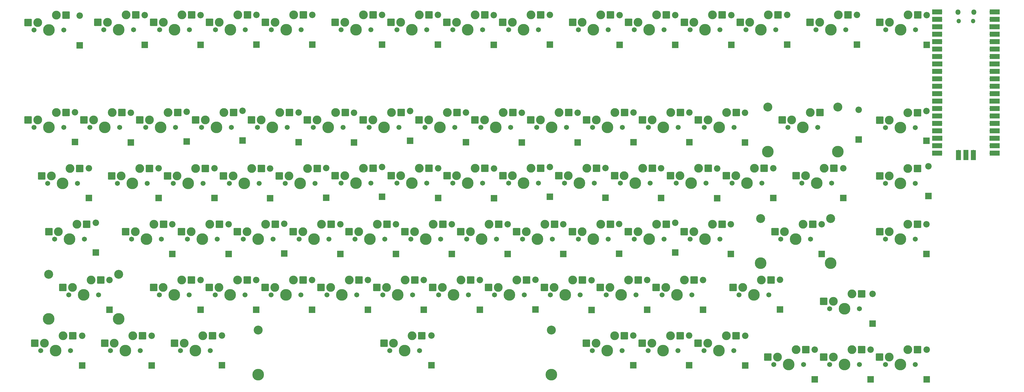
<source format=gbr>
%TF.GenerationSoftware,KiCad,Pcbnew,8.0.7*%
%TF.CreationDate,2025-07-05T17:28:38-07:00*%
%TF.ProjectId,hackpad_v2,6861636b-7061-4645-9f76-322e6b696361,rev?*%
%TF.SameCoordinates,Original*%
%TF.FileFunction,Soldermask,Bot*%
%TF.FilePolarity,Negative*%
%FSLAX46Y46*%
G04 Gerber Fmt 4.6, Leading zero omitted, Abs format (unit mm)*
G04 Created by KiCad (PCBNEW 8.0.7) date 2025-07-05 17:28:38*
%MOMM*%
%LPD*%
G01*
G04 APERTURE LIST*
G04 Aperture macros list*
%AMRoundRect*
0 Rectangle with rounded corners*
0 $1 Rounding radius*
0 $2 $3 $4 $5 $6 $7 $8 $9 X,Y pos of 4 corners*
0 Add a 4 corners polygon primitive as box body*
4,1,4,$2,$3,$4,$5,$6,$7,$8,$9,$2,$3,0*
0 Add four circle primitives for the rounded corners*
1,1,$1+$1,$2,$3*
1,1,$1+$1,$4,$5*
1,1,$1+$1,$6,$7*
1,1,$1+$1,$8,$9*
0 Add four rect primitives between the rounded corners*
20,1,$1+$1,$2,$3,$4,$5,0*
20,1,$1+$1,$4,$5,$6,$7,0*
20,1,$1+$1,$6,$7,$8,$9,0*
20,1,$1+$1,$8,$9,$2,$3,0*%
G04 Aperture macros list end*
%ADD10R,2.200000X2.200000*%
%ADD11O,2.200000X2.200000*%
%ADD12C,1.701800*%
%ADD13C,3.000000*%
%ADD14C,3.987800*%
%ADD15RoundRect,0.200000X1.075000X1.050000X-1.075000X1.050000X-1.075000X-1.050000X1.075000X-1.050000X0*%
%ADD16C,3.048000*%
%ADD17O,1.800000X1.800000*%
%ADD18O,1.500000X1.500000*%
%ADD19O,1.700000X1.700000*%
%ADD20R,3.500000X1.700000*%
%ADD21R,1.700000X1.700000*%
%ADD22R,1.700000X3.500000*%
G04 APERTURE END LIST*
D10*
%TO.C,D45*%
X309340000Y-68700000D03*
D11*
X309340000Y-58540000D03*
%TD*%
D10*
%TO.C,D30*%
X308650000Y-49810000D03*
D11*
X308650000Y-39650000D03*
%TD*%
D10*
%TO.C,D21*%
X113430000Y-50420000D03*
D11*
X113430000Y-40260000D03*
%TD*%
D12*
%TO.C,SW47*%
X47663690Y-83430000D03*
D13*
X45123690Y-78350000D03*
D14*
X42583690Y-83430000D03*
D13*
X38773690Y-80890000D03*
D12*
X37503690Y-83430000D03*
D15*
X35498690Y-80890000D03*
X48425690Y-78350000D03*
%TD*%
D12*
%TO.C,SW36*%
X119161190Y-64350000D03*
D13*
X116621190Y-59270000D03*
D14*
X114081190Y-64350000D03*
D13*
X110271190Y-61810000D03*
D12*
X109001190Y-64350000D03*
D15*
X106996190Y-61810000D03*
X119923190Y-59270000D03*
%TD*%
D12*
%TO.C,SW24*%
X166796190Y-45300000D03*
D13*
X164256190Y-40220000D03*
D14*
X161716190Y-45300000D03*
D13*
X157906190Y-42760000D03*
D12*
X156636190Y-45300000D03*
D15*
X154631190Y-42760000D03*
X167558190Y-40220000D03*
%TD*%
D10*
%TO.C,D20*%
X94480000Y-50340000D03*
D11*
X94480000Y-40180000D03*
%TD*%
D10*
%TO.C,D37*%
X142060000Y-69420000D03*
D11*
X142060000Y-59260000D03*
%TD*%
D10*
%TO.C,D8*%
X161030000Y-17040000D03*
D11*
X161030000Y-6880000D03*
%TD*%
D12*
%TO.C,SW71*%
X254829940Y-102480000D03*
D13*
X252289940Y-97400000D03*
D14*
X249749940Y-102480000D03*
D13*
X245939940Y-99940000D03*
D12*
X244669940Y-102480000D03*
D15*
X242664940Y-99940000D03*
X255591940Y-97400000D03*
%TD*%
D12*
%TO.C,SW8*%
X157246190Y-11940000D03*
D13*
X154706190Y-6860000D03*
D14*
X152166190Y-11940000D03*
D13*
X148356190Y-9400000D03*
D12*
X147086190Y-11940000D03*
D15*
X145081190Y-9400000D03*
X158008190Y-6860000D03*
%TD*%
D10*
%TO.C,D12*%
X242100000Y-17040000D03*
D11*
X242100000Y-6880000D03*
%TD*%
D12*
%TO.C,SW15*%
X304891190Y-11935000D03*
D13*
X302351190Y-6855000D03*
D14*
X299811190Y-11935000D03*
D13*
X296001190Y-9395000D03*
D12*
X294731190Y-11935000D03*
D15*
X292726190Y-9395000D03*
X305653190Y-6855000D03*
%TD*%
D12*
%TO.C,SW56*%
X219113690Y-83430000D03*
D13*
X216573690Y-78350000D03*
D14*
X214033690Y-83430000D03*
D13*
X210223690Y-80890000D03*
D12*
X208953690Y-83430000D03*
D15*
X206948690Y-80890000D03*
X219875690Y-78350000D03*
%TD*%
D12*
%TO.C,SW4*%
X76281190Y-11945000D03*
D13*
X73741190Y-6865000D03*
D14*
X71201190Y-11945000D03*
D13*
X67391190Y-9405000D03*
D12*
X66121190Y-11945000D03*
D15*
X64116190Y-9405000D03*
X77043190Y-6865000D03*
%TD*%
D10*
%TO.C,D18*%
X56351190Y-50120000D03*
D11*
X56351190Y-39960000D03*
%TD*%
D12*
%TO.C,SW27*%
X223946190Y-45300000D03*
D13*
X221406190Y-40220000D03*
D14*
X218866190Y-45300000D03*
D13*
X215056190Y-42760000D03*
D12*
X213786190Y-45300000D03*
D15*
X211781190Y-42760000D03*
X224708190Y-40220000D03*
%TD*%
D10*
%TO.C,D80*%
X270530000Y-131380000D03*
D11*
X270530000Y-121220000D03*
%TD*%
D10*
%TO.C,D72*%
X290233690Y-112320000D03*
D11*
X290233690Y-102160000D03*
%TD*%
D10*
%TO.C,D5*%
X99190000Y-17000000D03*
D11*
X99190000Y-6840000D03*
%TD*%
D10*
%TO.C,D40*%
X199141190Y-69340000D03*
D11*
X199141190Y-59180000D03*
%TD*%
D10*
%TO.C,D75*%
X68310000Y-126580000D03*
D11*
X68310000Y-116420000D03*
%TD*%
D10*
%TO.C,D47*%
X51440000Y-88530000D03*
D11*
X51440000Y-78370000D03*
%TD*%
D10*
%TO.C,D55*%
X203830000Y-88480000D03*
D11*
X203830000Y-78320000D03*
%TD*%
D12*
%TO.C,SW31*%
X19088690Y-64380000D03*
D13*
X16548690Y-59300000D03*
D14*
X14008690Y-64380000D03*
D13*
X10198690Y-61840000D03*
D12*
X8928690Y-64380000D03*
D15*
X6923690Y-61840000D03*
X19850690Y-59300000D03*
%TD*%
D12*
%TO.C,SW62*%
X76236190Y-102480000D03*
D13*
X73696190Y-97400000D03*
D14*
X71156190Y-102480000D03*
D13*
X67346190Y-99940000D03*
D12*
X66076190Y-102480000D03*
D15*
X64071190Y-99940000D03*
X76998190Y-97400000D03*
%TD*%
D10*
%TO.C,D35*%
X103881190Y-69300000D03*
D11*
X103881190Y-59140000D03*
%TD*%
D12*
%TO.C,SW77*%
X204823690Y-121530000D03*
D13*
X202283690Y-116450000D03*
D14*
X199743690Y-121530000D03*
D13*
X195933690Y-118990000D03*
D12*
X194663690Y-121530000D03*
D15*
X192658690Y-118990000D03*
X205585690Y-116450000D03*
%TD*%
D10*
%TO.C,D52*%
X146780000Y-88560000D03*
D11*
X146780000Y-78400000D03*
%TD*%
D12*
%TO.C,SW7*%
X138196190Y-11940000D03*
D13*
X135656190Y-6860000D03*
D14*
X133116190Y-11940000D03*
D13*
X129306190Y-9400000D03*
D12*
X128036190Y-11940000D03*
D15*
X126031190Y-9400000D03*
X138958190Y-6860000D03*
%TD*%
D10*
%TO.C,D2*%
X41980000Y-17070000D03*
D11*
X41980000Y-6910000D03*
%TD*%
D12*
%TO.C,SW51*%
X123863690Y-83430000D03*
D13*
X121323690Y-78350000D03*
D14*
X118783690Y-83430000D03*
D13*
X114973690Y-80890000D03*
D12*
X113703690Y-83430000D03*
D15*
X111698690Y-80890000D03*
X124625690Y-78350000D03*
%TD*%
D12*
%TO.C,SW73*%
X16707440Y-121530000D03*
D13*
X14167440Y-116450000D03*
D14*
X11627440Y-121530000D03*
D13*
X7817440Y-118990000D03*
D12*
X6547440Y-121530000D03*
D15*
X4542440Y-118990000D03*
X17469440Y-116450000D03*
%TD*%
D12*
%TO.C,SW2*%
X38181190Y-11945000D03*
D13*
X35641190Y-6865000D03*
D14*
X33101190Y-11945000D03*
D13*
X29291190Y-9405000D03*
D12*
X28021190Y-11945000D03*
D15*
X26016190Y-9405000D03*
X38943190Y-6865000D03*
%TD*%
D12*
%TO.C,SW9*%
X176296190Y-11940000D03*
D13*
X173756190Y-6860000D03*
D14*
X171216190Y-11940000D03*
D13*
X167406190Y-9400000D03*
D12*
X166136190Y-11940000D03*
D15*
X164131190Y-9400000D03*
X177058190Y-6860000D03*
%TD*%
D12*
%TO.C,SW40*%
X195371190Y-64350000D03*
D13*
X192831190Y-59270000D03*
D14*
X190291190Y-64350000D03*
D13*
X186481190Y-61810000D03*
D12*
X185211190Y-64350000D03*
D15*
X183206190Y-61810000D03*
X196133190Y-59270000D03*
%TD*%
D10*
%TO.C,D28*%
X246731190Y-50420000D03*
D11*
X246731190Y-40260000D03*
%TD*%
D12*
%TO.C,SW20*%
X90616190Y-45290000D03*
D13*
X88076190Y-40210000D03*
D14*
X85536190Y-45290000D03*
D13*
X81726190Y-42750000D03*
D12*
X80456190Y-45290000D03*
D15*
X78451190Y-42750000D03*
X91378190Y-40210000D03*
%TD*%
D12*
%TO.C,SW81*%
X285788690Y-126290000D03*
D13*
X283248690Y-121210000D03*
D14*
X280708690Y-126290000D03*
D13*
X276898690Y-123750000D03*
D12*
X275628690Y-126290000D03*
D15*
X273623690Y-123750000D03*
X286550690Y-121210000D03*
%TD*%
D12*
%TO.C,SW41*%
X214421190Y-64350000D03*
D13*
X211881190Y-59270000D03*
D14*
X209341190Y-64350000D03*
D13*
X205531190Y-61810000D03*
D12*
X204261190Y-64350000D03*
D15*
X202256190Y-61810000D03*
X215183190Y-59270000D03*
%TD*%
D12*
%TO.C,SW16*%
X14416190Y-45290000D03*
D13*
X11876190Y-40210000D03*
D14*
X9336190Y-45290000D03*
D13*
X5526190Y-42750000D03*
D12*
X4256190Y-45290000D03*
D15*
X2251190Y-42750000D03*
X15178190Y-40210000D03*
%TD*%
D10*
%TO.C,D77*%
X208670000Y-126580000D03*
D11*
X208670000Y-116420000D03*
%TD*%
D12*
%TO.C,SW70*%
X228636190Y-102480000D03*
D13*
X226096190Y-97400000D03*
D14*
X223556190Y-102480000D03*
D13*
X219746190Y-99940000D03*
D12*
X218476190Y-102480000D03*
D15*
X216471190Y-99940000D03*
X229398190Y-97400000D03*
%TD*%
D12*
%TO.C,SW25*%
X185846190Y-45300000D03*
D13*
X183306190Y-40220000D03*
D14*
X180766190Y-45300000D03*
D13*
X176956190Y-42760000D03*
D12*
X175686190Y-45300000D03*
D15*
X173681190Y-42760000D03*
X186608190Y-40220000D03*
%TD*%
D12*
%TO.C,SW80*%
X266738690Y-126290000D03*
D13*
X264198690Y-121210000D03*
D14*
X261658690Y-126290000D03*
D13*
X257848690Y-123750000D03*
D12*
X256578690Y-126290000D03*
D15*
X254573690Y-123750000D03*
X267500690Y-121210000D03*
%TD*%
D12*
%TO.C,SW30*%
X304843690Y-45325000D03*
D13*
X302303690Y-40245000D03*
D14*
X299763690Y-45325000D03*
D13*
X295953690Y-42785000D03*
D12*
X294683690Y-45325000D03*
D15*
X292678690Y-42785000D03*
X305605690Y-40245000D03*
%TD*%
D10*
%TO.C,D29*%
X285560000Y-49380000D03*
D11*
X285560000Y-39220000D03*
%TD*%
D14*
%TO.C,SW29*%
X278429190Y-53555000D03*
D16*
X278429190Y-38315000D03*
D12*
X271571190Y-45300000D03*
D13*
X269031190Y-40220000D03*
D14*
X266491190Y-45300000D03*
D13*
X262681190Y-42760000D03*
D12*
X261411190Y-45300000D03*
D14*
X254553190Y-53555000D03*
D16*
X254553190Y-38315000D03*
D15*
X259406190Y-42760000D03*
X272333190Y-40220000D03*
%TD*%
D10*
%TO.C,D54*%
X184770000Y-88540000D03*
D11*
X184770000Y-78380000D03*
%TD*%
D12*
%TO.C,SW12*%
X238211190Y-11935000D03*
D13*
X235671190Y-6855000D03*
D14*
X233131190Y-11935000D03*
D13*
X229321190Y-9395000D03*
D12*
X228051190Y-11935000D03*
D15*
X226046190Y-9395000D03*
X238973190Y-6855000D03*
%TD*%
D12*
%TO.C,SW50*%
X104813690Y-83430000D03*
D13*
X102273690Y-78350000D03*
D14*
X99733690Y-83430000D03*
D13*
X95923690Y-80890000D03*
D12*
X94653690Y-83430000D03*
D15*
X92648690Y-80890000D03*
X105575690Y-78350000D03*
%TD*%
D10*
%TO.C,D65*%
X137210000Y-107590000D03*
D11*
X137210000Y-97430000D03*
%TD*%
D10*
%TO.C,D46*%
X25301190Y-88030000D03*
D11*
X25301190Y-77870000D03*
%TD*%
D12*
%TO.C,SW82*%
X304838690Y-126290000D03*
D13*
X302298690Y-121210000D03*
D14*
X299758690Y-126290000D03*
D13*
X295948690Y-123750000D03*
D12*
X294678690Y-126290000D03*
D15*
X292673690Y-123750000D03*
X305600690Y-121210000D03*
%TD*%
D10*
%TO.C,D78*%
X227680000Y-126550000D03*
D11*
X227680000Y-116390000D03*
%TD*%
D10*
%TO.C,D71*%
X258670000Y-107530000D03*
D11*
X258670000Y-97370000D03*
%TD*%
D12*
%TO.C,SW38*%
X157271190Y-64350000D03*
D13*
X154731190Y-59270000D03*
D14*
X152191190Y-64350000D03*
D13*
X148381190Y-61810000D03*
D12*
X147111190Y-64350000D03*
D15*
X145106190Y-61810000D03*
X158033190Y-59270000D03*
%TD*%
D10*
%TO.C,D36*%
X122920000Y-68960000D03*
D11*
X122920000Y-58800000D03*
%TD*%
D10*
%TO.C,D22*%
X132531190Y-49840000D03*
D11*
X132531190Y-39680000D03*
%TD*%
D12*
%TO.C,SW42*%
X233471190Y-64350000D03*
D13*
X230931190Y-59270000D03*
D14*
X228391190Y-64350000D03*
D13*
X224581190Y-61810000D03*
D12*
X223311190Y-64350000D03*
D15*
X221306190Y-61810000D03*
X234233190Y-59270000D03*
%TD*%
D10*
%TO.C,D15*%
X308740000Y-17030000D03*
D11*
X308740000Y-6870000D03*
%TD*%
D12*
%TO.C,SW78*%
X223873690Y-121530000D03*
D13*
X221333690Y-116450000D03*
D14*
X218793690Y-121530000D03*
D13*
X214983690Y-118990000D03*
D12*
X213713690Y-121530000D03*
D15*
X211708690Y-118990000D03*
X224635690Y-116450000D03*
%TD*%
D10*
%TO.C,D11*%
X222990000Y-17030000D03*
D11*
X222990000Y-6870000D03*
%TD*%
D12*
%TO.C,SW32*%
X42901190Y-64380000D03*
D13*
X40361190Y-59300000D03*
D14*
X37821190Y-64380000D03*
D13*
X34011190Y-61840000D03*
D12*
X32741190Y-64380000D03*
D15*
X30736190Y-61840000D03*
X43663190Y-59300000D03*
%TD*%
D12*
%TO.C,SW44*%
X276333690Y-64350000D03*
D13*
X273793690Y-59270000D03*
D14*
X271253690Y-64350000D03*
D13*
X267443690Y-61810000D03*
D12*
X266173690Y-64350000D03*
D15*
X264168690Y-61810000D03*
X277095690Y-59270000D03*
%TD*%
D12*
%TO.C,SW18*%
X52506190Y-45290000D03*
D13*
X49966190Y-40210000D03*
D14*
X47426190Y-45290000D03*
D13*
X43616190Y-42750000D03*
D12*
X42346190Y-45290000D03*
D15*
X40341190Y-42750000D03*
X53268190Y-40210000D03*
%TD*%
D10*
%TO.C,D41*%
X218161190Y-69430000D03*
D11*
X218161190Y-59270000D03*
%TD*%
D10*
%TO.C,D38*%
X161110000Y-69440000D03*
D11*
X161110000Y-59280000D03*
%TD*%
D12*
%TO.C,SW43*%
X252521190Y-64350000D03*
D13*
X249981190Y-59270000D03*
D14*
X247441190Y-64350000D03*
D13*
X243631190Y-61810000D03*
D12*
X242361190Y-64350000D03*
D15*
X240356190Y-61810000D03*
X253283190Y-59270000D03*
%TD*%
D12*
%TO.C,SW54*%
X181013690Y-83430000D03*
D13*
X178473690Y-78350000D03*
D14*
X175933690Y-83430000D03*
D13*
X172123690Y-80890000D03*
D12*
X170853690Y-83430000D03*
D15*
X168848690Y-80890000D03*
X181775690Y-78350000D03*
%TD*%
D12*
%TO.C,SW64*%
X114336190Y-102480000D03*
D13*
X111796190Y-97400000D03*
D14*
X109256190Y-102480000D03*
D13*
X105446190Y-99940000D03*
D12*
X104176190Y-102480000D03*
D15*
X102171190Y-99940000D03*
X115098190Y-97400000D03*
%TD*%
D10*
%TO.C,D19*%
X75381190Y-49770000D03*
D11*
X75381190Y-39610000D03*
%TD*%
D12*
%TO.C,SW49*%
X85763690Y-83430000D03*
D13*
X83223690Y-78350000D03*
D14*
X80683690Y-83430000D03*
D13*
X76873690Y-80890000D03*
D12*
X75603690Y-83430000D03*
D15*
X73598690Y-80890000D03*
X86525690Y-78350000D03*
%TD*%
D10*
%TO.C,D69*%
X213360000Y-107570000D03*
D11*
X213360000Y-97410000D03*
%TD*%
D12*
%TO.C,SW79*%
X242923690Y-121530000D03*
D13*
X240383690Y-116450000D03*
D14*
X237843690Y-121530000D03*
D13*
X234033690Y-118990000D03*
D12*
X232763690Y-121530000D03*
D15*
X230758690Y-118990000D03*
X243685690Y-116450000D03*
%TD*%
D12*
%TO.C,SW37*%
X138221190Y-64350000D03*
D13*
X135681190Y-59270000D03*
D14*
X133141190Y-64350000D03*
D13*
X129331190Y-61810000D03*
D12*
X128061190Y-64350000D03*
D15*
X126056190Y-61810000D03*
X138983190Y-59270000D03*
%TD*%
D12*
%TO.C,SW63*%
X95286190Y-102480000D03*
D13*
X92746190Y-97400000D03*
D14*
X90206190Y-102480000D03*
D13*
X86396190Y-99940000D03*
D12*
X85126190Y-102480000D03*
D15*
X83121190Y-99940000D03*
X96048190Y-97400000D03*
%TD*%
D10*
%TO.C,D6*%
X122980000Y-16990000D03*
D11*
X122980000Y-6830000D03*
%TD*%
D10*
%TO.C,D63*%
X99110000Y-107540000D03*
D11*
X99110000Y-97380000D03*
%TD*%
D10*
%TO.C,D73*%
X20670000Y-126640000D03*
D11*
X20670000Y-116480000D03*
%TD*%
D10*
%TO.C,D76*%
X139830000Y-126580000D03*
D11*
X139830000Y-116420000D03*
%TD*%
D12*
%TO.C,SW6*%
X119146190Y-11940000D03*
D13*
X116606190Y-6860000D03*
D14*
X114066190Y-11940000D03*
D13*
X110256190Y-9400000D03*
D12*
X108986190Y-11940000D03*
D15*
X106981190Y-9400000D03*
X119908190Y-6860000D03*
%TD*%
D10*
%TO.C,D17*%
X37290000Y-50450000D03*
D11*
X37290000Y-40290000D03*
%TD*%
D12*
%TO.C,SW34*%
X81021190Y-64370000D03*
D13*
X78481190Y-59290000D03*
D14*
X75941190Y-64370000D03*
D13*
X72131190Y-61830000D03*
D12*
X70861190Y-64370000D03*
D15*
X68856190Y-61830000D03*
X81783190Y-59290000D03*
%TD*%
D10*
%TO.C,D79*%
X246830000Y-126620000D03*
D11*
X246830000Y-116460000D03*
%TD*%
D10*
%TO.C,D10*%
X203970000Y-17030000D03*
D11*
X203970000Y-6870000D03*
%TD*%
D10*
%TO.C,D32*%
X46760000Y-69400000D03*
D11*
X46760000Y-59240000D03*
%TD*%
D12*
%TO.C,SW57*%
X238163690Y-83430000D03*
D13*
X235623690Y-78350000D03*
D14*
X233083690Y-83430000D03*
D13*
X229273690Y-80890000D03*
D12*
X228003690Y-83430000D03*
D15*
X225998690Y-80890000D03*
X238925690Y-78350000D03*
%TD*%
D10*
%TO.C,D16*%
X18250000Y-50300000D03*
D11*
X18250000Y-40140000D03*
%TD*%
D12*
%TO.C,SW75*%
X64332440Y-121530000D03*
D13*
X61792440Y-116450000D03*
D14*
X59252440Y-121530000D03*
D13*
X55442440Y-118990000D03*
D12*
X54172440Y-121530000D03*
D15*
X52167440Y-118990000D03*
X65094440Y-116450000D03*
%TD*%
D10*
%TO.C,D24*%
X170640000Y-50390000D03*
D11*
X170640000Y-40230000D03*
%TD*%
D12*
%TO.C,SW26*%
X204896190Y-45300000D03*
D13*
X202356190Y-40220000D03*
D14*
X199816190Y-45300000D03*
D13*
X196006190Y-42760000D03*
D12*
X194736190Y-45300000D03*
D15*
X192731190Y-42760000D03*
X205658190Y-40220000D03*
%TD*%
D10*
%TO.C,D48*%
X70600000Y-88500000D03*
D11*
X70600000Y-78340000D03*
%TD*%
D12*
%TO.C,SW19*%
X71566190Y-45290000D03*
D13*
X69026190Y-40210000D03*
D14*
X66486190Y-45290000D03*
D13*
X62676190Y-42750000D03*
D12*
X61406190Y-45290000D03*
D15*
X59401190Y-42750000D03*
X72328190Y-40210000D03*
%TD*%
D12*
%TO.C,SW11*%
X219161190Y-11935000D03*
D13*
X216621190Y-6855000D03*
D14*
X214081190Y-11935000D03*
D13*
X210271190Y-9395000D03*
D12*
X209001190Y-11935000D03*
D15*
X206996190Y-9395000D03*
X219923190Y-6855000D03*
%TD*%
D12*
%TO.C,SW45*%
X304843690Y-64375000D03*
D13*
X302303690Y-59295000D03*
D14*
X299763690Y-64375000D03*
D13*
X295953690Y-61835000D03*
D12*
X294683690Y-64375000D03*
D15*
X292678690Y-61835000D03*
X305605690Y-59295000D03*
%TD*%
D12*
%TO.C,SW28*%
X242996190Y-45300000D03*
D13*
X240456190Y-40220000D03*
D14*
X237916190Y-45300000D03*
D13*
X234106190Y-42760000D03*
D12*
X232836190Y-45300000D03*
D15*
X230831190Y-42760000D03*
X243758190Y-40220000D03*
%TD*%
D10*
%TO.C,D26*%
X208750000Y-50360000D03*
D11*
X208750000Y-40200000D03*
%TD*%
D14*
%TO.C,SW60*%
X33090440Y-110735000D03*
D16*
X33090440Y-95495000D03*
D12*
X26232440Y-102480000D03*
D13*
X23692440Y-97400000D03*
D14*
X21152440Y-102480000D03*
D13*
X17342440Y-99940000D03*
D12*
X16072440Y-102480000D03*
D14*
X9214440Y-110735000D03*
D16*
X9214440Y-95495000D03*
D15*
X14067440Y-99940000D03*
X26994440Y-97400000D03*
%TD*%
D10*
%TO.C,D59*%
X308640000Y-88490000D03*
D11*
X308640000Y-78330000D03*
%TD*%
D12*
%TO.C,SW21*%
X109666190Y-45290000D03*
D13*
X107126190Y-40210000D03*
D14*
X104586190Y-45290000D03*
D13*
X100776190Y-42750000D03*
D12*
X99506190Y-45290000D03*
D15*
X97501190Y-42750000D03*
X110428190Y-40210000D03*
%TD*%
D12*
%TO.C,SW35*%
X100091190Y-64360000D03*
D13*
X97551190Y-59280000D03*
D14*
X95011190Y-64360000D03*
D13*
X91201190Y-61820000D03*
D12*
X89931190Y-64360000D03*
D15*
X87926190Y-61820000D03*
X100853190Y-59280000D03*
%TD*%
D10*
%TO.C,D9*%
X180200000Y-17000000D03*
D11*
X180200000Y-6840000D03*
%TD*%
D12*
%TO.C,SW66*%
X152436190Y-102480000D03*
D13*
X149896190Y-97400000D03*
D14*
X147356190Y-102480000D03*
D13*
X143546190Y-99940000D03*
D12*
X142276190Y-102480000D03*
D15*
X140271190Y-99940000D03*
X153198190Y-97400000D03*
%TD*%
D10*
%TO.C,D81*%
X289620000Y-131340000D03*
D11*
X289620000Y-121180000D03*
%TD*%
D10*
%TO.C,D7*%
X142040000Y-16950000D03*
D11*
X142040000Y-6790000D03*
%TD*%
D10*
%TO.C,D33*%
X65820000Y-69430000D03*
D11*
X65820000Y-59270000D03*
%TD*%
D10*
%TO.C,D43*%
X256360000Y-69390000D03*
D11*
X256360000Y-59230000D03*
%TD*%
D12*
%TO.C,SW33*%
X61951190Y-64380000D03*
D13*
X59411190Y-59300000D03*
D14*
X56871190Y-64380000D03*
D13*
X53061190Y-61840000D03*
D12*
X51791190Y-64380000D03*
D15*
X49786190Y-61840000D03*
X62713190Y-59300000D03*
%TD*%
D10*
%TO.C,D3*%
X61050000Y-17070000D03*
D11*
X61050000Y-6910000D03*
%TD*%
D12*
%TO.C,SW67*%
X171486190Y-102480000D03*
D13*
X168946190Y-97400000D03*
D14*
X166406190Y-102480000D03*
D13*
X162596190Y-99940000D03*
D12*
X161326190Y-102480000D03*
D15*
X159321190Y-99940000D03*
X172248190Y-97400000D03*
%TD*%
D12*
%TO.C,SW55*%
X200063690Y-83430000D03*
D13*
X197523690Y-78350000D03*
D14*
X194983690Y-83430000D03*
D13*
X191173690Y-80890000D03*
D12*
X189903690Y-83430000D03*
D15*
X187898690Y-80890000D03*
X200825690Y-78350000D03*
%TD*%
D10*
%TO.C,D57*%
X241911190Y-88520000D03*
D11*
X241911190Y-78360000D03*
%TD*%
D10*
%TO.C,D67*%
X175260000Y-107510000D03*
D11*
X175260000Y-97350000D03*
%TD*%
D14*
%TO.C,SW58*%
X275977940Y-91685000D03*
D16*
X275977940Y-76445000D03*
D12*
X269119940Y-83430000D03*
D13*
X266579940Y-78350000D03*
D14*
X264039940Y-83430000D03*
D13*
X260229940Y-80890000D03*
D12*
X258959940Y-83430000D03*
D14*
X252101940Y-91685000D03*
D16*
X252101940Y-76445000D03*
D15*
X256954940Y-80890000D03*
X269881940Y-78350000D03*
%TD*%
D10*
%TO.C,D27*%
X227820000Y-50360000D03*
D11*
X227820000Y-40200000D03*
%TD*%
D10*
%TO.C,D82*%
X308720000Y-131400000D03*
D11*
X308720000Y-121240000D03*
%TD*%
D10*
%TO.C,D50*%
X108700000Y-88500000D03*
D11*
X108700000Y-78340000D03*
%TD*%
D12*
%TO.C,SW10*%
X200111190Y-11935000D03*
D13*
X197571190Y-6855000D03*
D14*
X195031190Y-11935000D03*
D13*
X191221190Y-9395000D03*
D12*
X189951190Y-11935000D03*
D15*
X187946190Y-9395000D03*
X200873190Y-6855000D03*
%TD*%
D10*
%TO.C,D74*%
X44380000Y-126620000D03*
D11*
X44380000Y-116460000D03*
%TD*%
D10*
%TO.C,D70*%
X232470000Y-107540000D03*
D11*
X232470000Y-97380000D03*
%TD*%
D12*
%TO.C,SW22*%
X128706190Y-45300000D03*
D13*
X126166190Y-40220000D03*
D14*
X123626190Y-45300000D03*
D13*
X119816190Y-42760000D03*
D12*
X118546190Y-45300000D03*
D15*
X116541190Y-42760000D03*
X129468190Y-40220000D03*
%TD*%
D12*
%TO.C,SW13*%
X257261190Y-11935000D03*
D13*
X254721190Y-6855000D03*
D14*
X252181190Y-11935000D03*
D13*
X248371190Y-9395000D03*
D12*
X247101190Y-11935000D03*
D15*
X245096190Y-9395000D03*
X258023190Y-6855000D03*
%TD*%
D14*
%TO.C,SW76*%
X180687440Y-129785000D03*
D16*
X180687440Y-114545000D03*
D12*
X135767440Y-121530000D03*
D13*
X133227440Y-116450000D03*
D14*
X130687440Y-121530000D03*
D13*
X126877440Y-118990000D03*
D12*
X125607440Y-121530000D03*
D14*
X80687440Y-129785000D03*
D16*
X80687440Y-114545000D03*
D15*
X123602440Y-118990000D03*
X136529440Y-116450000D03*
%TD*%
D10*
%TO.C,D61*%
X61050000Y-107570000D03*
D11*
X61050000Y-97410000D03*
%TD*%
D12*
%TO.C,SW53*%
X161963690Y-83430000D03*
D13*
X159423690Y-78350000D03*
D14*
X156883690Y-83430000D03*
D13*
X153073690Y-80890000D03*
D12*
X151803690Y-83430000D03*
D15*
X149798690Y-80890000D03*
X162725690Y-78350000D03*
%TD*%
D12*
%TO.C,SW3*%
X57231190Y-11945000D03*
D13*
X54691190Y-6865000D03*
D14*
X52151190Y-11945000D03*
D13*
X48341190Y-9405000D03*
D12*
X47071190Y-11945000D03*
D15*
X45066190Y-9405000D03*
X57993190Y-6865000D03*
%TD*%
D10*
%TO.C,D13*%
X261160000Y-17020000D03*
D11*
X261160000Y-6860000D03*
%TD*%
D10*
%TO.C,D42*%
X237280000Y-69450000D03*
D11*
X237280000Y-59290000D03*
%TD*%
D10*
%TO.C,D31*%
X22940000Y-69420000D03*
D11*
X22940000Y-59260000D03*
%TD*%
D12*
%TO.C,SW59*%
X304843690Y-83425000D03*
D13*
X302303690Y-78345000D03*
D14*
X299763690Y-83425000D03*
D13*
X295953690Y-80885000D03*
D12*
X294683690Y-83425000D03*
D15*
X292678690Y-80885000D03*
X305605690Y-78345000D03*
%TD*%
D10*
%TO.C,D62*%
X80050000Y-107570000D03*
D11*
X80050000Y-97410000D03*
%TD*%
D10*
%TO.C,D66*%
X156280000Y-107570000D03*
D11*
X156280000Y-97410000D03*
%TD*%
D12*
%TO.C,SW74*%
X40519940Y-121530000D03*
D13*
X37979940Y-116450000D03*
D14*
X35439940Y-121530000D03*
D13*
X31629940Y-118990000D03*
D12*
X30359940Y-121530000D03*
D15*
X28354940Y-118990000D03*
X41281940Y-116450000D03*
%TD*%
D12*
%TO.C,SW14*%
X281076190Y-11940000D03*
D13*
X278536190Y-6860000D03*
D14*
X275996190Y-11940000D03*
D13*
X272186190Y-9400000D03*
D12*
X270916190Y-11940000D03*
D15*
X268911190Y-9400000D03*
X281838190Y-6860000D03*
%TD*%
D10*
%TO.C,D56*%
X222971190Y-88060000D03*
D11*
X222971190Y-77900000D03*
%TD*%
D10*
%TO.C,D58*%
X272920000Y-88520000D03*
D11*
X272920000Y-78360000D03*
%TD*%
D10*
%TO.C,D44*%
X280230000Y-69370000D03*
D11*
X280230000Y-59210000D03*
%TD*%
D10*
%TO.C,D25*%
X189710000Y-50430000D03*
D11*
X189710000Y-40270000D03*
%TD*%
D12*
%TO.C,SW46*%
X21469940Y-83430000D03*
D13*
X18929940Y-78350000D03*
D14*
X16389940Y-83430000D03*
D13*
X12579940Y-80890000D03*
D12*
X11309940Y-83430000D03*
D15*
X9304940Y-80890000D03*
X22231940Y-78350000D03*
%TD*%
D10*
%TO.C,D14*%
X284970000Y-17000000D03*
D11*
X284970000Y-6840000D03*
%TD*%
D12*
%TO.C,SW5*%
X95331190Y-11945000D03*
D13*
X92791190Y-6865000D03*
D14*
X90251190Y-11945000D03*
D13*
X86441190Y-9405000D03*
D12*
X85171190Y-11945000D03*
D15*
X83166190Y-9405000D03*
X96093190Y-6865000D03*
%TD*%
D12*
%TO.C,SW23*%
X147746190Y-45300000D03*
D13*
X145206190Y-40220000D03*
D14*
X142666190Y-45300000D03*
D13*
X138856190Y-42760000D03*
D12*
X137586190Y-45300000D03*
D15*
X135581190Y-42760000D03*
X148508190Y-40220000D03*
%TD*%
D12*
%TO.C,SW65*%
X133386190Y-102480000D03*
D13*
X130846190Y-97400000D03*
D14*
X128306190Y-102480000D03*
D13*
X124496190Y-99940000D03*
D12*
X123226190Y-102480000D03*
D15*
X121221190Y-99940000D03*
X134148190Y-97400000D03*
%TD*%
D12*
%TO.C,SW69*%
X209586190Y-102480000D03*
D13*
X207046190Y-97400000D03*
D14*
X204506190Y-102480000D03*
D13*
X200696190Y-99940000D03*
D12*
X199426190Y-102480000D03*
D15*
X197421190Y-99940000D03*
X210348190Y-97400000D03*
%TD*%
D10*
%TO.C,D34*%
X84790000Y-69440000D03*
D11*
X84790000Y-59280000D03*
%TD*%
D12*
%TO.C,SW72*%
X285788690Y-107240000D03*
D13*
X283248690Y-102160000D03*
D14*
X280708690Y-107240000D03*
D13*
X276898690Y-104700000D03*
D12*
X275628690Y-107240000D03*
D15*
X273623690Y-104700000D03*
X286550690Y-102160000D03*
%TD*%
D10*
%TO.C,D49*%
X89580000Y-88350000D03*
D11*
X89580000Y-78190000D03*
%TD*%
D10*
%TO.C,D1*%
X19806190Y-17200000D03*
D11*
X19806190Y-7040000D03*
%TD*%
D10*
%TO.C,D64*%
X118130000Y-107550000D03*
D11*
X118130000Y-97390000D03*
%TD*%
D12*
%TO.C,SW68*%
X190536190Y-102480000D03*
D13*
X187996190Y-97400000D03*
D14*
X185456190Y-102480000D03*
D13*
X181646190Y-99940000D03*
D12*
X180376190Y-102480000D03*
D15*
X178371190Y-99940000D03*
X191298190Y-97400000D03*
%TD*%
D12*
%TO.C,SW52*%
X142913690Y-83430000D03*
D13*
X140373690Y-78350000D03*
D14*
X137833690Y-83430000D03*
D13*
X134023690Y-80890000D03*
D12*
X132753690Y-83430000D03*
D15*
X130748690Y-80890000D03*
X143675690Y-78350000D03*
%TD*%
D12*
%TO.C,SW1*%
X14421190Y-11955000D03*
D13*
X11881190Y-6875000D03*
D14*
X9341190Y-11955000D03*
D13*
X5531190Y-9415000D03*
D12*
X4261190Y-11955000D03*
D15*
X2256190Y-9415000D03*
X15183190Y-6875000D03*
%TD*%
D10*
%TO.C,D68*%
X194400000Y-107650000D03*
D11*
X194400000Y-97490000D03*
%TD*%
D12*
%TO.C,SW48*%
X66713690Y-83430000D03*
D13*
X64173690Y-78350000D03*
D14*
X61633690Y-83430000D03*
D13*
X57823690Y-80890000D03*
D12*
X56553690Y-83430000D03*
D15*
X54548690Y-80890000D03*
X67475690Y-78350000D03*
%TD*%
D12*
%TO.C,SW39*%
X176321190Y-64350000D03*
D13*
X173781190Y-59270000D03*
D14*
X171241190Y-64350000D03*
D13*
X167431190Y-61810000D03*
D12*
X166161190Y-64350000D03*
D15*
X164156190Y-61810000D03*
X177083190Y-59270000D03*
%TD*%
D12*
%TO.C,SW17*%
X33456190Y-45290000D03*
D13*
X30916190Y-40210000D03*
D14*
X28376190Y-45290000D03*
D13*
X24566190Y-42750000D03*
D12*
X23296190Y-45290000D03*
D15*
X21291190Y-42750000D03*
X34218190Y-40210000D03*
%TD*%
D17*
%TO.C,U1*%
X324826190Y-5930000D03*
D18*
X324526190Y-8960000D03*
X319676190Y-8960000D03*
D17*
X319376190Y-5930000D03*
D19*
X330991190Y-5800000D03*
D20*
X331891190Y-5800000D03*
D19*
X330991190Y-8340000D03*
D20*
X331891190Y-8340000D03*
D21*
X330991190Y-10880000D03*
D20*
X331891190Y-10880000D03*
D19*
X330991190Y-13420000D03*
D20*
X331891190Y-13420000D03*
D19*
X330991190Y-15960000D03*
D20*
X331891190Y-15960000D03*
D19*
X330991190Y-18500000D03*
D20*
X331891190Y-18500000D03*
D19*
X330991190Y-21040000D03*
D20*
X331891190Y-21040000D03*
D21*
X330991190Y-23580000D03*
D20*
X331891190Y-23580000D03*
D19*
X330991190Y-26120000D03*
D20*
X331891190Y-26120000D03*
D19*
X330991190Y-28660000D03*
D20*
X331891190Y-28660000D03*
D19*
X330991190Y-31200000D03*
D20*
X331891190Y-31200000D03*
D19*
X330991190Y-33740000D03*
D20*
X331891190Y-33740000D03*
D21*
X330991190Y-36280000D03*
D20*
X331891190Y-36280000D03*
D19*
X330991190Y-38820000D03*
D20*
X331891190Y-38820000D03*
D19*
X330991190Y-41360000D03*
D20*
X331891190Y-41360000D03*
D19*
X330991190Y-43900000D03*
D20*
X331891190Y-43900000D03*
D19*
X330991190Y-46440000D03*
D20*
X331891190Y-46440000D03*
D21*
X330991190Y-48980000D03*
D20*
X331891190Y-48980000D03*
D19*
X330991190Y-51520000D03*
D20*
X331891190Y-51520000D03*
D19*
X330991190Y-54060000D03*
D20*
X331891190Y-54060000D03*
D19*
X313211190Y-54060000D03*
D20*
X312311190Y-54060000D03*
D19*
X313211190Y-51520000D03*
D20*
X312311190Y-51520000D03*
D21*
X313211190Y-48980000D03*
D20*
X312311190Y-48980000D03*
D19*
X313211190Y-46440000D03*
D20*
X312311190Y-46440000D03*
D19*
X313211190Y-43900000D03*
D20*
X312311190Y-43900000D03*
D19*
X313211190Y-41360000D03*
D20*
X312311190Y-41360000D03*
D19*
X313211190Y-38820000D03*
D20*
X312311190Y-38820000D03*
D21*
X313211190Y-36280000D03*
D20*
X312311190Y-36280000D03*
D19*
X313211190Y-33740000D03*
D20*
X312311190Y-33740000D03*
D19*
X313211190Y-31200000D03*
D20*
X312311190Y-31200000D03*
D19*
X313211190Y-28660000D03*
D20*
X312311190Y-28660000D03*
D19*
X313211190Y-26120000D03*
D20*
X312311190Y-26120000D03*
D21*
X313211190Y-23580000D03*
D20*
X312311190Y-23580000D03*
D19*
X313211190Y-21040000D03*
D20*
X312311190Y-21040000D03*
D19*
X313211190Y-18500000D03*
D20*
X312311190Y-18500000D03*
D19*
X313211190Y-15960000D03*
D20*
X312311190Y-15960000D03*
D19*
X313211190Y-13420000D03*
D20*
X312311190Y-13420000D03*
D21*
X313211190Y-10880000D03*
D20*
X312311190Y-10880000D03*
D19*
X313211190Y-8340000D03*
D20*
X312311190Y-8340000D03*
D19*
X313211190Y-5800000D03*
D20*
X312311190Y-5800000D03*
D19*
X324641190Y-53830000D03*
D22*
X324641190Y-54730000D03*
D21*
X322101190Y-53830000D03*
D22*
X322101190Y-54730000D03*
D19*
X319561190Y-53830000D03*
D22*
X319561190Y-54730000D03*
%TD*%
D10*
%TO.C,D4*%
X80130000Y-17000000D03*
D11*
X80130000Y-6840000D03*
%TD*%
D10*
%TO.C,D53*%
X165790000Y-88540000D03*
D11*
X165790000Y-78380000D03*
%TD*%
D10*
%TO.C,D23*%
X151580000Y-50380000D03*
D11*
X151580000Y-40220000D03*
%TD*%
D10*
%TO.C,D51*%
X127690000Y-88550000D03*
D11*
X127690000Y-78390000D03*
%TD*%
D10*
%TO.C,D39*%
X180190000Y-68960000D03*
D11*
X180190000Y-58800000D03*
%TD*%
D12*
%TO.C,SW61*%
X57206190Y-102460000D03*
D13*
X54666190Y-97380000D03*
D14*
X52126190Y-102460000D03*
D13*
X48316190Y-99920000D03*
D12*
X47046190Y-102460000D03*
D15*
X45041190Y-99920000D03*
X57968190Y-97380000D03*
%TD*%
D10*
%TO.C,D60*%
X30020000Y-107560000D03*
D11*
X30020000Y-97400000D03*
%TD*%
M02*

</source>
